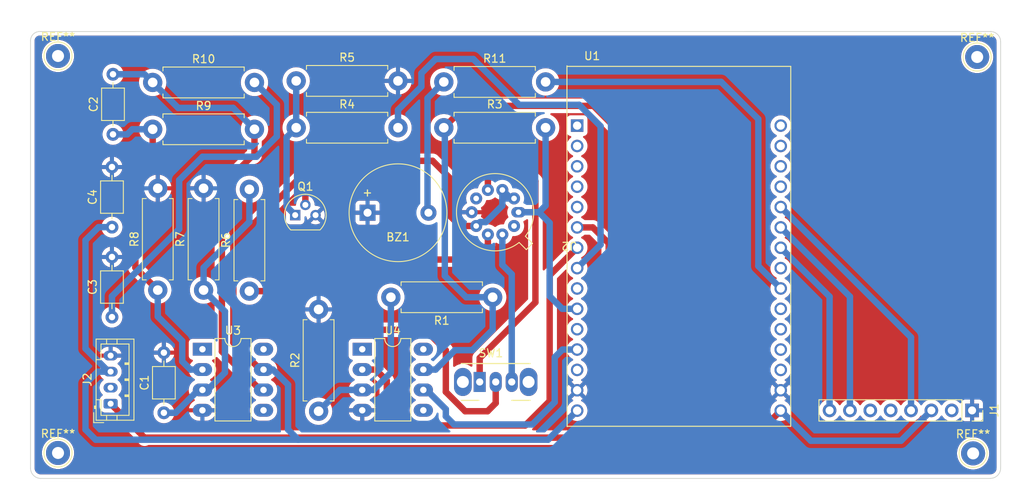
<source format=kicad_pcb>
(kicad_pcb (version 20211014) (generator pcbnew)
  (layers (0 "F.Cu" signal) (31 "B.Cu" signal) (34 "B.Paste" user) (35 "F.Paste" user) (36 "B.SilkS" user "B.Silkscreen") (37 "F.SilkS" user "F.Silkscreen") (38 "B.Mask" user) (39 "F.Mask" user) (44 "Edge.Cuts" user))
  (net 0 "")
  (net 1 "Net-(C1-Pad1)")
  (net 2 "GND")
  (net 3 "Net-(C2-Pad1)")
  (net 4 "Net-(C2-Pad2)")
  (net 5 "ADC_R_sens")
  (net 6 "5V")
  (net 8 "3V3")
  (net 9 "RST")
  (net 10 "RTS")
  (net 11 "CTS")
  (net 12 "RX")
  (net 13 "TX")
  (net 14 "Sig")
  (net 16 "R_Poly")
  (net 17 "Net-(Q1-Pad1)")
  (net 18 "Net-(R1-Pad2)")
  (net 20 "R_Poly_CMD")
  (net 21 "Isens")
  (net 22 "SW_1")
  (net 23 "SW_2")
  (net 29 "ADC_R_Sens")
  (net 31 "R_ALU")
  (net 49 "Sens_INTRPT")
  (net 51 "Net-(BZ1-Pad2)")
  (net 52 "Buzz")
  (footprint "Capacitor_THT:C_Axial_L3.8mm_D2.6mm_P7.50mm_Horizontal" (layer "F.Cu") (at 106.165666 109.108 90)
    (fp_text reference "C3" (at 3.75 -2.42 90) (layer "F.SilkS"))
    (fp_text value "C")
    (fp_line (start 1.04 0) (end 1.73 0) (layer "F.SilkS") (width 0.12))
    (fp_line (start 1.73 1.42) (end 5.77 1.42) (layer "F.SilkS") (width 0.12))
    (fp_line (start 5.77 -1.42) (end 1.73 -1.42) (layer "F.SilkS") (width 0.12))
    (fp_line (start 6.46 0) (end 5.77 0) (layer "F.SilkS") (width 0.12))
    (fp_line (start 5.77 1.42) (end 5.77 -1.42) (layer "F.SilkS") (width 0.12))
    (fp_line (start 1.73 -1.42) (end 1.73 1.42) (layer "F.SilkS") (width 0.12))
    (pad "1" thru_hole circle locked (at 0 0 90) (size 1.6 1.6) (drill 0.8) (layers *.Cu *.Mask) (net 5 "ADC_R_sens"))
    (pad "2" thru_hole oval locked (at 7.5 0 90) (size 1.6 1.6) (drill 0.8) (layers *.Cu *.Mask) (net 2 "GND"))
  )
  (footprint "Package_DIP:DIP-8_W7.62mm_LongPads" (layer "F.Cu") (at 137.392666 113.115)
    (fp_text reference "U4" (at 3.81 -2.33) (layer "F.SilkS"))
    (fp_text value "TL071")
    (fp_line (start 6.06 -1.33) (end 4.81 -1.33) (layer "F.SilkS") (width 0.12))
    (fp_line (start 1.56 8.95) (end 6.06 8.95) (layer "F.SilkS") (width 0.12))
    (fp_line (start 2.81 -1.33) (end 1.56 -1.33) (layer "F.SilkS") (width 0.12))
    (fp_line (start 1.56 -1.33) (end 1.56 8.95) (layer "F.SilkS") (width 0.12))
    (fp_line (start 6.06 8.95) (end 6.06 -1.33) (layer "F.SilkS") (width 0.12))
    (fp_arc (start 4.81 -1.33) (mid 3.81 -0.33) (end 2.81 -1.33) (layer "F.SilkS") (width 0.12))
    (pad "1" thru_hole rect locked (at 0 0) (size 2.4 1.6) (drill 0.8) (layers *.Cu *.Mask))
    (pad "2" thru_hole oval locked (at 0 2.54) (size 2.4 1.6) (drill 0.8) (layers *.Cu *.Mask) (net 29 "ADC_R_Sens"))
    (pad "3" thru_hole oval locked (at 0 5.08) (size 2.4 1.6) (drill 0.8) (layers *.Cu *.Mask) (net 18 "Net-(R1-Pad2)"))
    (pad "4" thru_hole oval locked (at 0 7.62) (size 2.4 1.6) (drill 0.8) (layers *.Cu *.Mask) (net 2 "GND"))
    (pad "5" thru_hole oval locked (at 7.62 7.62) (size 2.4 1.6) (drill 0.8) (layers *.Cu *.Mask))
    (pad "6" thru_hole oval locked (at 7.62 5.08) (size 2.4 1.6) (drill 0.8) (layers *.Cu *.Mask) (net 49 "Sens_INTRPT"))
    (pad "7" thru_hole oval locked (at 7.62 2.54) (size 2.4 1.6) (drill 0.8) (layers *.Cu *.Mask) (net 8 "3V3"))
    (pad "8" thru_hole oval locked (at 7.62 0) (size 2.4 1.6) (drill 0.8) (layers *.Cu *.Mask))
  )
  (footprint "Buzzer_Beeper:Buzzer_12x9.5RM7.6" (layer "F.Cu") (at 138.052666 96.087)
    (fp_text reference "BZ1" (at 3.8 3.048) (layer "F.SilkS"))
    (fp_text value "Buzzer")
    (fp_text user "+" (at -0.01 -2.54) (layer "F.SilkS"))
    (fp_circle (center 3.8 0) (end 9.9 0) (layer "F.SilkS") (width 0.12) (fill none))
    (pad "1" thru_hole rect locked (at 0 0) (size 2 2) (drill 1) (layers *.Cu *.Mask) (net 2 "GND"))
    (pad "2" thru_hole circle locked (at 7.6 0) (size 2 2) (drill 1) (layers *.Cu *.Mask) (net 51 "Net-(BZ1-Pad2)"))
  )
  (footprint "TO_5:MODULE_ESP32-DEVKITC-32D" (layer "F.Cu") (at 176.904666 104.977)
    (fp_text reference "U1" (at -10.829175 -28.446045) (layer "F.SilkS") (effects (font (size 1.000386 1.000386))))
    (fp_text value "ESP32-DEVKITC-32D")
    (fp_line (start 13.95 -27.15) (end 13.9446 17.78) (layer "F.SilkS") (width 0.127))
    (fp_line (start -13.95 -27.15) (end 13.95 -27.15) (layer "F.SilkS") (width 0.127))
    (fp_line (start -13.9446 17.8054) (end -13.9754 -27.2262) (layer "F.SilkS") (width 0.127))
    (fp_line (start 13.9192 17.7546) (end -13.9446 17.7546) (layer "F.SilkS") (width 0.127))
    (pad "1" thru_hole rect (at -12.7 -19.76) (size 1.56 1.56) (drill 1.04) (layers *.Cu *.Mask))
    (pad "2" thru_hole circle (at -12.7 -17.22) (size 1.56 1.56) (drill 1.04) (layers *.Cu *.Mask))
    (pad "3" thru_hole circle (at -12.7 -14.68) (size 1.56 1.56) (drill 1.04) (layers *.Cu *.Mask))
    (pad "4" thru_hole circle (at -12.7 -12.14) (size 1.56 1.56) (drill 1.04) (layers *.Cu *.Mask))
    (pad "5" thru_hole circle (at -12.7 -9.6) (size 1.56 1.56) (drill 1.04) (layers *.Cu *.Mask))
    (pad "6" thru_hole circle (at -12.7 -7.06) (size 1.56 1.56) (drill 1.04) (layers *.Cu *.Mask) (net 14 "Sig"))
    (pad "7" thru_hole circle (at -12.7 -4.52) (size 1.56 1.56) (drill 1.04) (layers *.Cu *.Mask) (net 29 "ADC_R_Sens"))
    (pad "8" thru_hole circle (at -12.7 -1.98) (size 1.56 1.56) (drill 1.04) (layers *.Cu *.Mask) (net 20 "R_Poly_CMD"))
    (pad "9" thru_hole circle (at -12.7 0.56) (size 1.56 1.56) (drill 1.04) (layers *.Cu *.Mask))
    (pad "10" thru_hole circle (at -12.7 3.1) (size 1.56 1.56) (drill 1.04) (layers *.Cu *.Mask) (net 31 "R_ALU"))
    (pad "11" thru_hole circle (at -12.7 5.64) (size 1.56 1.56) (drill 1.04) (layers *.Cu *.Mask))
    (pad "12" thru_hole circle (at -12.7 8.18) (size 1.56 1.56) (drill 1.04) (layers *.Cu *.Mask) (net 49 "Sens_INTRPT"))
    (pad "13" thru_hole circle (at -12.7 10.72) (size 1.56 1.56) (drill 1.04) (layers *.Cu *.Mask))
    (pad "14" thru_hole circle (at -12.7 13.26) (size 1.56 1.56) (drill 1.04) (layers *.Cu *.Mask) (net 2 "GND"))
    (pad "15" thru_hole circle (at -12.7 15.8) (size 1.56 1.56) (drill 1.04) (layers *.Cu *.Mask) (net 6 "5V"))
    (pad "16" thru_hole circle (at 12.7 -19.76) (size 1.56 1.56) (drill 1.04) (layers *.Cu *.Mask))
    (pad "17" thru_hole circle (at 12.7 -17.22) (size 1.56 1.56) (drill 1.04) (layers *.Cu *.Mask))
    (pad "18" thru_hole circle (at 12.7 -14.68) (size 1.56 1.56) (drill 1.04) (layers *.Cu *.Mask))
    (pad "19" thru_hole circle (at 12.7 -12.14) (size 1.56 1.56) (drill 1.04) (layers *.Cu *.Mask))
    (pad "20" thru_hole circle (at 12.7 -9.6) (size 1.56 1.56) (drill 1.04) (layers *.Cu *.Mask) (net 9 "RST"))
    (pad "21" thru_hole circle (at 12.7 -7.06) (size 1.56 1.56) (drill 1.04) (layers *.Cu *.Mask) (net 12 "RX"))
    (pad "22" thru_hole circle (at 12.7 -4.52) (size 1.56 1.56) (drill 1.04) (layers *.Cu *.Mask) (net 13 "TX"))
    (pad "23" thru_hole circle (at 12.7 -1.98) (size 1.56 1.56) (drill 1.04) (layers *.Cu *.Mask))
    (pad "24" thru_hole circle (at 12.7 0.56) (size 1.56 1.56) (drill 1.04) (layers *.Cu *.Mask) (net 52 "Buzz"))
    (pad "25" thru_hole circle (at 12.7 3.1) (size 1.56 1.56) (drill 1.04) (layers *.Cu *.Mask))
    (pad "26" thru_hole circle (at 12.7 5.64) (size 1.56 1.56) (drill 1.04) (layers *.Cu *.Mask))
    (pad "27" thru_hole circle (at 12.7 8.18) (size 1.56 1.56) (drill 1.04) (layers *.Cu *.Mask))
    (pad "28" thru_hole circle (at 12.7 10.72) (size 1.56 1.56) (drill 1.04) (layers *.Cu *.Mask))
    (pad "29" thru_hole circle (at 12.7 13.26) (size 1.56 1.56) (drill 1.04) (layers *.Cu *.Mask) (net 2 "GND"))
    (pad "30" thru_hole circle (at 12.7 15.8) (size 1.56 1.56) (drill 1.04) (layers *.Cu *.Mask) (net 8 "3V3"))
  )
  (footprint "Resistor_THT:R_Axial_DIN0411_L9.9mm_D3.6mm_P12.70mm_Horizontal" (layer "F.Cu") (at 129.152666 85.480667)
    (fp_text reference "R4" (at 6.35 -2.92) (layer "F.SilkS"))
    (fp_text value "R")
    (fp_line (start 11.42 1.92) (end 11.42 1.44) (layer "F.SilkS") (width 0.12))
    (fp_line (start 1.28 -1.92) (end 11.42 -1.92) (layer "F.SilkS") (width 0.12))
    (fp_line (start 1.28 1.92) (end 11.42 1.92) (layer "F.SilkS") (width 0.12))
    (fp_line (start 11.42 -1.92) (end 11.42 -1.44) (layer "F.SilkS") (width 0.12))
    (fp_line (start 1.28 1.44) (end 1.28 1.92) (layer "F.SilkS") (width 0.12))
    (fp_line (start 1.28 -1.44) (end 1.28 -1.92) (layer "F.SilkS") (width 0.12))
    (pad "1" thru_hole circle locked (at 0 0) (size 2.4 2.4) (drill 1.2) (layers *.Cu *.Mask) (net 17 "Net-(Q1-Pad1)"))
    (pad "2" thru_hole oval locked (at 12.7 0) (size 2.4 2.4) (drill 1.2) (layers *.Cu *.Mask) (net 20 "R_Poly_CMD"))
  )
  (footprint "TO_5:TO-5" (layer "F.Cu") (at 155.641809 95.153283 180)
    (fp_text reference "U2" (at -7.62 -5.08 180 unlocked) (layer "F.SilkS"))
    (fp_text value "TO_5")
    (fp_line (start -2.993981 -4.756423) (end -2.103027 -3.865468) (layer "F.SilkS") (width 0.12))
    (fp_line (start -2.216164 -5.53424) (end -2.993981 -4.756423) (layer "F.SilkS") (width 0.12))
    (fp_line (start -1.325209 -4.643286) (end -2.216164 -5.53424) (layer "F.SilkS") (width 0.12))
    (fp_arc (start -1.325209 -4.643286) (mid 5.08 2.54) (end -2.102799 -3.865755) (layer "F.SilkS") (width 0.12))
    (pad "1" thru_hole oval (at -1.248125 -0.868384 180) (size 1.8 1.3) (drill 0.7) (layers *.Cu *.Mask) (net 31 "R_ALU"))
    (pad "2" thru_hole oval (at -0.690455 0.847949 180) (size 1.5 1.5) (drill 0.7) (layers *.Cu *.Mask) (net 6 "5V"))
    (pad "3" thru_hole oval (at 0.769545 1.908701 180) (size 1.5 1.5) (drill 0.7) (layers *.Cu *.Mask) (net 6 "5V"))
    (pad "4" thru_hole oval (at 2.574205 1.908701 180) (size 1.5 1.5) (drill 0.7) (layers *.Cu *.Mask) (net 22 "SW_1"))
    (pad "5" thru_hole oval (at 4.034205 0.847949 180) (size 1.5 1.5) (drill 0.7) (layers *.Cu *.Mask))
    (pad "6" thru_hole oval (at 4.591875 -0.868384 180) (size 1.5 1.5) (drill 0.7) (layers *.Cu *.Mask) (net 2 "GND"))
    (pad "7" thru_hole oval (at 4.034205 -2.584717 180) (size 1.5 1.5) (drill 0.7) (layers *.Cu *.Mask) (net 6 "5V"))
    (pad "8" thru_hole oval (at 2.574205 -3.645469 180) (size 1.5 1.5) (drill 0.7) (layers *.Cu *.Mask) (net 16 "R_Poly"))
    (pad "9" thru_hole oval (at 0.769545 -3.645469 180) (size 1.5 1.5) (drill 0.7) (layers *.Cu *.Mask) (net 23 "SW_2"))
    (pad "10" thru_hole oval (at -0.690455 -2.584717 180) (size 1.5 1.5) (drill 0.7) (layers *.Cu *.Mask))
  )
  (footprint "Resistor_THT:R_Axial_DIN0411_L9.9mm_D3.6mm_P12.70mm_Horizontal" (layer "F.Cu") (at 111.245666 79.831)
    (fp_text reference "R10" (at 6.35 -2.92) (layer "F.SilkS"))
    (fp_text value "R")
    (fp_line (start 11.42 1.92) (end 11.42 1.44) (layer "F.SilkS") (width 0.12))
    (fp_line (start 11.42 -1.92) (end 11.42 -1.44) (layer "F.SilkS") (width 0.12))
    (fp_line (start 1.28 -1.44) (end 1.28 -1.92) (layer "F.SilkS") (width 0.12))
    (fp_line (start 1.28 1.92) (end 11.42 1.92) (layer "F.SilkS") (width 0.12))
    (fp_line (start 1.28 1.44) (end 1.28 1.92) (layer "F.SilkS") (width 0.12))
    (fp_line (start 1.28 -1.92) (end 11.42 -1.92) (layer "F.SilkS") (width 0.12))
    (pad "1" thru_hole circle locked (at 0 0) (size 2.4 2.4) (drill 1.2) (layers *.Cu *.Mask) (net 4 "Net-(C2-Pad2)"))
    (pad "2" thru_hole oval locked (at 12.7 0) (size 2.4 2.4) (drill 1.2) (layers *.Cu *.Mask) (net 5 "ADC_R_sens"))
  )
  (footprint "TestPoint:TestPoint_THTPad_D3.0mm_Drill1.5mm" (layer "F.Cu") (at 99.434666 76.529)
    (fp_text reference "REF**" (at 0 -2.398) (layer "F.SilkS"))
    (fp_text value "-")
    (fp_circle (center 0 0) (end 0 1.75) (layer "F.SilkS") (width 0.12) (fill none))
    (pad "1" thru_hole circle locked (at 0 0) (size 3 3) (drill 1.5) (layers *.Cu *.Mask))
  )
  (footprint "Resistor_THT:R_Axial_DIN0411_L9.9mm_D3.6mm_P12.70mm_Horizontal" (layer "F.Cu") (at 129.152666 79.638667)
    (fp_text reference "R5" (at 6.35 -2.92) (layer "F.SilkS"))
    (fp_text value "R")
    (fp_line (start 1.28 -1.44) (end 1.28 -1.92) (layer "F.SilkS") (width 0.12))
    (fp_line (start 11.42 1.92) (end 11.42 1.44) (layer "F.SilkS") (width 0.12))
    (fp_line (start 1.28 -1.92) (end 11.42 -1.92) (layer "F.SilkS") (width 0.12))
    (fp_line (start 11.42 -1.92) (end 11.42 -1.44) (layer "F.SilkS") (width 0.12))
    (fp_line (start 1.28 1.44) (end 1.28 1.92) (layer "F.SilkS") (width 0.12))
    (fp_line (start 1.28 1.92) (end 11.42 1.92) (layer "F.SilkS") (width 0.12))
    (pad "1" thru_hole circle locked (at 0 0) (size 2.4 2.4) (drill 1.2) (layers *.Cu *.Mask) (net 17 "Net-(Q1-Pad1)"))
    (pad "2" thru_hole oval locked (at 12.7 0) (size 2.4 2.4) (drill 1.2) (layers *.Cu *.Mask) (net 2 "GND"))
  )
  (footprint "Resistor_THT:R_Axial_DIN0411_L9.9mm_D3.6mm_P12.70mm_Horizontal" (layer "F.Cu") (at 147.567666 79.765667)
    (fp_text reference "R11" (at 6.35 -2.92) (layer "F.SilkS"))
    (fp_text value "R")
    (fp_line (start 1.28 -1.92) (end 11.42 -1.92) (layer "F.SilkS") (width 0.12))
    (fp_line (start 1.28 -1.44) (end 1.28 -1.92) (layer "F.SilkS") (width 0.12))
    (fp_line (start 11.42 -1.92) (end 11.42 -1.44) (layer "F.SilkS") (width 0.12))
    (fp_line (start 1.28 1.44) (end 1.28 1.92) (layer "F.SilkS") (width 0.12))
    (fp_line (start 1.28 1.92) (end 11.42 1.92) (layer "F.SilkS") (width 0.12))
    (fp_line (start 11.42 1.92) (end 11.42 1.44) (layer "F.SilkS") (width 0.12))
    (pad "1" thru_hole circle locked (at 0 0) (size 2.4 2.4) (drill 1.2) (layers *.Cu *.Mask) (net 51 "Net-(BZ1-Pad2)"))
    (pad "2" thru_hole oval locked (at 12.7 0) (size 2.4 2.4) (drill 1.2) (layers *.Cu *.Mask) (net 52 "Buzz"))
  )
  (footprint "Connector_PinSocket_2.54mm:PinSocket_1x08_P2.54mm_Vertical" (layer "F.Cu") (at 213.480666 120.75 -90)
    (fp_text reference "J1" (at 0 -2.77 90) (layer "F.SilkS"))
    (fp_text value "Conn_01x08_Female")
    (fp_line (start -1.33 1.27) (end 1.33 1.27) (layer "F.SilkS") (width 0.12))
    (fp_line (start -1.33 1.27) (end -1.33 19.11) (layer "F.SilkS") (width 0.12))
    (fp_line (start 0 -1.33) (end 1.33 -1.33) (layer "F.SilkS") (width 0.12))
    (fp_line (start 1.33 1.27) (end 1.33 19.11) (layer "F.SilkS") (width 0.12))
    (fp_line (start 1.33 -1.33) (end 1.33 0) (layer "F.SilkS") (width 0.12))
    (fp_line (start -1.33 19.11) (end 1.33 19.11) (layer "F.SilkS") (width 0.12))
    (pad "1" thru_hole rect locked (at 0 0 270) (size 1.7 1.7) (drill 1) (layers *.Cu *.Mask) (net 2 "GND"))
    (pad "2" thru_hole oval locked (at 0 2.54 270) (size 1.7 1.7) (drill 1) (layers *.Cu *.Mask))
    (pad "3" thru_hole oval locked (at 0 5.08 270) (size 1.7 1.7) (drill 1) (layers *.Cu *.Mask) (net 8 "3V3"))
    (pad "4" thru_hole oval locked (at 0 7.62 270) (size 1.7 1.7) (drill 1) (layers *.Cu *.Mask) (net 9 "RST"))
    (pad "5" thru_hole oval locked (at 0 10.16 270) (size 1.7 1.7) (drill 1) (layers *.Cu *.Mask) (net 10 "RTS"))
    (pad "6" thru_hole oval locked (at 0 12.7 270) (size 1.7 1.7) (drill 1) (layers *.Cu *.Mask) (net 11 "CTS"))
    (pad "7" thru_hole oval locked (at 0 15.24 270) (size 1.7 1.7) (drill 1) (layers *.Cu *.Mask) (net 12 "RX"))
    (pad "8" thru_hole oval locked (at 0 17.78 270) (size 1.7 1.7) (drill 1) (layers *.Cu *.Mask) (net 13 "TX"))
  )
  (footprint "Package_TO_SOT_THT:TO-92" (layer "F.Cu") (at 129.025666 96.381667)
    (fp_text reference "Q1" (at 1.27 -3.56) (layer "F.SilkS"))
    (fp_text value "Q_NPN_BCE")
    (fp_line (start -0.53 1.85) (end 3.07 1.85) (layer "F.SilkS") (width 0.12))
    (fp_arc (start -0.568478 1.838478) (mid -1.132087 -0.994977) (end 1.27 -2.6) (layer "F.SilkS") (width 0.12))
    (fp_arc (start 1.27 -2.6) (mid 3.672087 -0.994977) (end 3.108478 1.838478) (layer "F.SilkS") (width 0.12))
    (pad "1" thru_hole rect locked (at 0 0) (size 1.3 1.3) (drill 0.75) (layers *.Cu *.Mask) (net 17 "Net-(Q1-Pad1)"))
    (pad "2" thru_hole circle locked (at 1.27 -1.27) (size 1.3 1.3) (drill 0.75) (layers *.Cu *.Mask) (net 16 "R_Poly"))
    (pad "3" thru_hole circle locked (at 2.54 0) (size 1.3 1.3) (drill 0.75) (layers *.Cu *.Mask) (net 2 "GND"))
  )
  (footprint "Resistor_THT:R_Axial_DIN0411_L9.9mm_D3.6mm_P12.70mm_Horizontal" (layer "F.Cu") (at 153.663666 106.628 180)
    (fp_text reference "R1" (at 6.35 -2.92) (layer "F.SilkS"))
    (fp_text value "R")
    (fp_line (start 1.28 -1.92) (end 11.42 -1.92) (layer "F.SilkS") (width 0.12))
    (fp_line (start 1.28 1.92) (end 11.42 1.92) (layer "F.SilkS") (width 0.12))
    (fp_line (start 11.42 1.92) (end 11.42 1.44) (layer "F.SilkS") (width 0.12))
    (fp_line (start 1.28 1.44) (end 1.28 1.92) (layer "F.SilkS") (width 0.12))
    (fp_line (start 11.42 -1.92) (end 11.42 -1.44) (layer "F.SilkS") (width 0.12))
    (fp_line (start 1.28 -1.44) (end 1.28 -1.92) (layer "F.SilkS") (width 0.12))
    (pad "1" thru_hole circle locked (at 0 0 180) (size 2.4 2.4) (drill 1.2) (layers *.Cu *.Mask) (net 8 "3V3"))
    (pad "2" thru_hole oval locked (at 12.7 0 180) (size 2.4 2.4) (drill 1.2) (layers *.Cu *.Mask) (net 18 "Net-(R1-Pad2)"))
  )
  (footprint "Resistor_THT:R_Axial_DIN0411_L9.9mm_D3.6mm_P12.70mm_Horizontal" (layer "F.Cu") (at 123.310666 105.866 90)
    (fp_text reference "R6" (at 6.35 -2.92 90) (layer "F.SilkS"))
    (fp_text value "R")
    (fp_line (start 11.42 -1.92) (end 11.42 -1.44) (layer "F.SilkS") (width 0.12))
    (fp_line (start 1.28 1.92) (end 11.42 1.92) (layer "F.SilkS") (width 0.12))
    (fp_line (start 11.42 1.92) (end 11.42 1.44) (layer "F.SilkS") (width 0.12))
    (fp_line (start 1.28 -1.44) (end 1.28 -1.92) (layer "F.SilkS") (width 0.12))
    (fp_line (start 1.28 -1.92) (end 11.42 -1.92) (layer "F.SilkS") (width 0.12))
    (fp_line (start 1.28 1.44) (end 1.28 1.92) (layer "F.SilkS") (width 0.12))
    (pad "1" thru_hole circle locked (at 0 0 90) (size 2.4 2.4) (drill 1.2) (layers *.Cu *.Mask) (net 21 "Isens"))
    (pad "2" thru_hole oval locked (at 12.7 0 90) (size 2.4 2.4) (drill 1.2) (layers *.Cu *.Mask) (net 1 "Net-(C1-Pad1)"))
  )
  (footprint "Resistor_THT:R_Axial_DIN0411_L9.9mm_D3.6mm_P12.70mm_Horizontal" (layer "F.Cu") (at 147.567666 85.480667)
    (fp_text reference "R3" (at 6.35 -2.92) (layer "F.SilkS"))
    (fp_text value "R")
    (fp_line (start 1.28 1.44) (end 1.28 1.92) (layer "F.SilkS") (width 0.12))
    (fp_line (start 11.42 -1.92) (end 11.42 -1.44) (layer "F.SilkS") (width 0.12))
    (fp_line (start 1.28 -1.44) (end 1.28 -1.92) (layer "F.SilkS") (width 0.12))
    (fp_line (start 11.42 1.92) (end 11.42 1.44) (layer "F.SilkS") (width 0.12))
    (fp_line (start 1.28 -1.92) (end 11.42 -1.92) (layer "F.SilkS") (width 0.12))
    (fp_line (start 1.28 1.92) (end 11.42 1.92) (layer "F.SilkS") (width 0.12))
    (pad "1" thru_hole circle locked (at 0 0) (size 2.4 2.4) (drill 1.2) (layers *.Cu *.Mask) (net 8 "3V3"))
    (pad "2" thru_hole oval locked (at 12.7 0) (size 2.4 2.4) (drill 1.2) (layers *.Cu *.Mask) (net 31 "R_ALU"))
  )
  (footprint "Capacitor_THT:C_Axial_L3.8mm_D2.6mm_P7.50mm_Horizontal" (layer "F.Cu") (at 112.642666 121.046 90)
    (fp_text reference "C1" (at 3.75 -2.42 90) (layer "F.SilkS"))
    (fp_text value "C")
    (fp_line (start 1.73 1.42) (end 5.77 1.42) (layer "F.SilkS") (width 0.12))
    (fp_line (start 1.04 0) (end 1.73 0) (layer "F.SilkS") (width 0.12))
    (fp_line (start 5.77 -1.42) (end 1.73 -1.42) (layer "F.SilkS") (width 0.12))
    (fp_line (start 5.77 1.42) (end 5.77 -1.42) (layer "F.SilkS") (width 0.12))
    (fp_line (start 6.46 0) (end 5.77 0) (layer "F.SilkS") (width 0.12))
    (fp_line (start 1.73 -1.42) (end 1.73 1.42) (layer "F.SilkS") (width 0.12))
    (pad "1" thru_hole circle locked (at 0 0 90) (size 1.6 1.6) (drill 0.8) (layers *.Cu *.Mask) (net 1 "Net-(C1-Pad1)"))
    (pad "2" thru_hole oval locked (at 7.5 0 90) (size 1.6 1.6) (drill 0.8) (layers *.Cu *.Mask) (net 2 "GND"))
  )
  (footprint "Resistor_THT:R_Axial_DIN0411_L9.9mm_D3.6mm_P12.70mm_Horizontal" (layer "F.Cu") (at 111.880666 105.739 90)
    (fp_text reference "R8" (at 6.35 -2.92 90) (layer "F.SilkS"))
    (fp_text value "R")
    (fp_line (start 1.28 1.44) (end 1.28 1.92) (layer "F.SilkS") (width 0.12))
    (fp_line (start 1.28 -1.44) (end 1.28 -1.92) (layer "F.SilkS") (width 0.12))
    (fp_line (start 1.28 -1.92) (end 11.42 -1.92) (layer "F.SilkS") (width 0.12))
    (fp_line (start 1.28 1.92) (end 11.42 1.92) (layer "F.SilkS") (width 0.12))
    (fp_line (start 11.42 -1.92) (end 11.42 -1.44) (layer "F.SilkS") (width 0.12))
    (fp_line (start 11.42 1.92) (end 11.42 1.44) (layer "F.SilkS") (width 0.12))
    (pad "1" thru_hole circle locked (at 0 0 90) (size 2.4 2.4) (drill 1.2) (layers *.Cu *.Mask) (net 3 "Net-(C2-Pad1)"))
    (pad "2" thru_hole oval locked (at 12.7 0 90) (size 2.4 2.4) (drill 1.2) (layers *.Cu *.Mask) (net 2 "GND"))
  )
  (footprint "Resistor_THT:R_Axial_DIN0411_L9.9mm_D3.6mm_P12.70mm_Horizontal" (layer "F.Cu") (at 117.595666 105.739 90)
    (fp_text reference "R7" (at 6.35 -2.92 90) (layer "F.SilkS"))
    (fp_text value "R")
    (fp_line (start 11.42 -1.92) (end 11.42 -1.44) (layer "F.SilkS") (width 0.12))
    (fp_line (start 11.42 1.92) (end 11.42 1.44) (layer "F.SilkS") (width 0.12))
    (fp_line (start 1.28 1.92) (end 11.42 1.92) (layer "F.SilkS") (width 0.12))
    (fp_line (start 1.28 -1.92) (end 11.42 -1.92) (layer "F.SilkS") (width 0.12))
    (fp_line (start 1.28 -1.44) (end 1.28 -1.92) (layer "F.SilkS") (width 0.12))
    (fp_line (start 1.28 1.44) (end 1.28 1.92) (layer "F.SilkS") (width 0.12))
    (pad "1" thru_hole circle locked (at 0 0 90) (size 2.4 2.4) (drill 1.2) (layers *.Cu *.Mask) (net 1 "Net-(C1-Pad1)"))
    (pad "2" thru_hole oval locked (at 12.7 0 90) (size 2.4 2.4) (drill 1.2) (layers *.Cu *.Mask) (net 2 "GND"))
  )
  (footprint "Resistor_THT:R_Axial_DIN0411_L9.9mm_D3.6mm_P12.70mm_Horizontal" (layer "F.Cu") (at 111.245666 85.673)
    (fp_text reference "R9" (at 6.35 -2.92) (layer "F.SilkS"))
    (fp_text value "R")
    (fp_line (start 11.42 1.92) (end 11.42 1.44) (layer "F.SilkS") (width 0.12))
    (fp_line (start 1.28 -1.92) (end 11.42 -1.92) (layer "F.SilkS") (width 0.12))
    (fp_line (start 1.28 1.92) (end 11.42 1.92) (layer "F.SilkS") (width 0.12))
    (fp_line (start 1.28 -1.44) (end 1.28 -1.92) (layer "F.SilkS") (width 0.12))
    (fp_line (start 11.42 -1.92) (end 11.42 -1.44) (layer "F.SilkS") (width 0.12))
    (fp_line (start 1.28 1.44) (end 1.28 1.92) (layer "F.SilkS") (width 0.12))
    (pad "1" thru_hole circle locked (at 0 0) (size 2.4 2.4) (drill 1.2) (layers *.Cu *.Mask) (net 3 "Net-(C2-Pad1)"))
    (pad "2" thru_hole oval locked (at 12.7 0) (size 2.4 2.4) (drill 1.2) (layers *.Cu *.Mask) (net 4 "Net-(C2-Pad2)"))
  )
  (footprint "Capacitor_THT:C_Axial_L3.8mm_D2.6mm_P7.50mm_Horizontal" (layer "F.Cu") (at 106.292666 86.308 90)
    (fp_text reference "C2" (at 3.75 -2.42 90) (layer "F.SilkS"))
    (fp_text value "C")
    (fp_line (start 5.77 1.42) (end 5.77 -1.42) (layer "F.SilkS") (width 0.12))
    (fp_line (start 6.46 0) (end 5.77 0) (layer "F.SilkS") (width 0.12))
    (fp_line (start 1.73 -1.42) (end 1.73 1.42) (layer "F.SilkS") (width 0.12))
    (fp_line (start 1.04 0) (end 1.73 0) (layer "F.SilkS") (width 0.12))
    (fp_line (start 1.73 1.42) (end 5.77 1.42) (layer "F.SilkS") (width 0.12))
    (fp_line (start 5.77 -1.42) (end 1.73 -1.42) (layer "F.SilkS") (width 0.12))
    (pad "1" thru_hole circle locked (at 0 0 90) (size 1.6 1.6) (drill 0.8) (layers *.Cu *.Mask) (net 3 "Net-(C2-Pad1)"))
    (pad "2" thru_hole oval locked (at 7.5 0 90) (size 1.6 1.6) (drill 0.8) (layers *.Cu *.Mask) (net 4 "Net-(C2-Pad2)"))
  )
  (footprint "TestPoint:TestPoint_THTPad_D3.0mm_Drill1.5mm" (layer "F.Cu") (at 213.607666 126.111)
    (fp_text reference "REF**" (at 0 -2.398) (layer "F.SilkS"))
    (fp_text value "-")
    (fp_circle (center 0 0) (end 0 1.75) (layer "F.SilkS") (width 0.12) (fill none))
    (pad "1" thru_hole circle locked (at 0 0) (size 3 3) (drill 1.5) (layers *.Cu *.Mask))
  )
  (footprint "Button_Switch_THT:SW_CuK_OS102011MA1QN1_SPDT_Angled" (layer "F.Cu") (at 152.044666 117.201)
    (fp_text reference "SW1" (at 1.4 -3.6) (layer "F.SilkS"))
    (fp_text value "SW_SPDT")
    (fp_line (start 4 2.3) (end 6.3 2.3) (layer "F.SilkS") (width 0.15))
    (fp_line (start -2.3 2.3) (end -0.1 2.3) (layer "F.SilkS") (width 0.15))
    (fp_line (start -2.3 -2.3) (end 6.3 -2.3) (layer "F.SilkS") (width 0.15))
    (pad "" thru_hole oval locked (at 6.1 0) (size 2.2 3.5) (drill 1.5) (layers *.Cu *.Mask))
    (pad "" thru_hole oval locked (at -2.1 0) (size 2.2 3.5) (drill 1.5) (layers *.Cu *.Mask))
    (pad "1" thru_hole rect locked (at 0 0) (size 1.5 2.5) (drill 0.9) (layers *.Cu *.Mask) (net 22 "SW_1"))
    (pad "2" thru_hole oval locked (at 2 0) (size 1.5 2.5) (drill 0.9) (layers *.Cu *.Mask) (net 21 "Isens"))
    (pad "3" thru_hole oval locked (at 4 0) (size 1.5 2.5) (drill 0.9) (layers *.Cu *.Mask) (net 23 "SW_2"))
  )
  (footprint "Capacitor_THT:C_Axial_L3.8mm_D2.6mm_P7.50mm_Horizontal" (layer "F.Cu") (at 106.165666 97.884 90)
    (fp_text reference "C4" (at 3.75 -2.42 90) (layer "F.SilkS"))
    (fp_text value "C")
    (fp_line (start 6.46 0) (end 5.77 0) (layer "F.SilkS") (width 0.12))
    (fp_line (start 1.04 0) (end 1.73 0) (layer "F.SilkS") (width 0.12))
    (fp_line (start 5.77 -1.42) (end 1.73 -1.42) (layer "F.SilkS") (width 0.12))
    (fp_line (start 1.73 -1.42) (end 1.73 1.42) (layer "F.SilkS") (width 0.12))
    (fp_line (start 1.73 1.42) (end 5.77 1.42) (layer "F.SilkS") (width 0.12))
    (fp_line (start 5.77 1.42) (end 5.77 -1.42) (layer "F.SilkS") (width 0.12))
    (pad "1" thru_hole circle locked (at 0 0 90) (size 1.6 1.6) (drill 0.8) (layers *.Cu *.Mask) (net 6 "5V"))
    (pad "2" thru_hole oval locked (at 7.5 0 90) (size 1.6 1.6) (drill 0.8) (layers *.Cu *.Mask) (net 2 "GND"))
  )
  (footprint "Resistor_THT:R_Axial_DIN0411_L9.9mm_D3.6mm_P12.70mm_Horizontal" (layer "F.Cu") (at 131.946666 120.852 90)
    (fp_text reference "R2" (at 6.35 -2.92 90) (layer "F.SilkS"))
    (fp_text value "R")
    (fp_line (start 11.42 -1.92) (end 11.42 -1.44) (layer "F.SilkS") (width 0.12))
    (fp_line (start 1.28 1.92) (end 11.42 1.92) (layer "F.SilkS") (width 0.12))
    (fp_line (start 1.28 -1.92) (end 11.42 -1.92) (layer "F.SilkS") (width 0.12))
    (fp_line (start 1.28 1.44) (end 1.28 1.92) (layer "F.SilkS") (width 0.12))
    (fp_line (start 11.42 1.92) (end 11.42 1.44) (layer "F.SilkS") (width 0.12))
    (fp_line (start 1.28 -1.44) (end 1.28 -1.92) (layer "F.SilkS") (width 0.12))
    (pad "1" thru_hole circle locked (at 0 0 90) (size 2.4 2.4) (drill 1.2) (layers *.Cu *.Mask) (net 18 "Net-(R1-Pad2)"))
    (pad "2" thru_hole oval locked (at 12.7 0 90) (size 2.4 2.4) (drill 1.2) (layers *.Cu *.Mask) (net 2 "GND"))
  )
  (footprint "TestPoint:TestPoint_THTPad_D3.0mm_Drill1.5mm" (layer "F.Cu") (at 99.434666 126.059)
    (fp_text reference "REF**" (at 0 -2.398) (layer "F.SilkS"))
    (fp_text value "-")
    (fp_circle (center 0 0) (end 0 1.75) (layer "F.SilkS") (width 0.12) (fill none))
    (pad "1" thru_hole circle locked (at 0 0) (size 3 3) (drill 1.5) (layers *.Cu *.Mask))
  )
  (footprint "TestPoint:TestPoint_THTPad_D3.0mm_Drill1.5mm" (layer "F.Cu") (at 214.115666 76.656)
    (fp_text reference "REF**" (at 0 -2.398) (layer "F.SilkS"))
    (fp_text value "-")
    (fp_circle (center 0 0) (end 0 1.75) (layer "F.SilkS") (width 0.12) (fill none))
    (pad "1" thru_hole circle locked (at 0 0) (size 3 3) (drill 1.5) (layers *.Cu *.Mask))
  )
  (footprint "Connector_JST:JST_PH_B4B-PH-K_1x04_P2.00mm_Vertical" (layer "F.Cu") (at 105.996666 119.915 90)
    (fp_text reference "J2" (at 3 -2.9 90) (layer "F.SilkS"))
    (fp_text value "Conn_01x04_Male")
    (fp_line (start 4.9 2.3) (end 4.9 1.8) (layer "F.SilkS") (width 0.12))
    (fp_line (start 5 2.3) (end 5 1.8) (layer "F.SilkS") (width 0.12))
    (fp_line (start 5.1 1.8) (end 5.1 2.3) (layer "F.SilkS") (width 0.12))
    (fp_line (start -2.06 0.8) (end -1.45 0.8) (layer "F.SilkS") (width 0.12))
    (fp_line (start 7.45 2.3) (end 7.45 -1.2) (layer "F.SilkS") (width 0.12))
    (fp_line (start -0.3 -1.91) (end -0.6 -1.91) (layer "F.SilkS") (width 0.12))
    (fp_line (start -0.3 -2.01) (end -0.6 -2.01) (layer "F.SilkS") (width 0.12))
    (fp_line (start 3.1 1.8) (end 3.1 2.3) (layer "F.SilkS") (width 0.12))
    (fp_line (start 3 2.3) (end 3 1.8) (layer "F.SilkS") (width 0.12))
    (fp_line (start 4.9 1.8) (end 5.1 1.8) (layer "F.SilkS") (width 0.12))
    (fp_line (start 7.45 -1.2) (end 5.5 -1.2) (layer "F.SilkS") (width 0.12))
    (fp_line (start -2.06 2.91) (end 8.06 2.91) (layer "F.SilkS") (width 0.12))
    (fp_line (start 0.9 2.3) (end 0.9 1.8) (layer "F.SilkS") (width 0.12))
    (fp_line (start -1.45 -1.2) (end -1.45 2.3) (layer "F.SilkS") (width 0.12))
    (fp_line (start 8.06 2.91) (end 8.06 -1.81) (layer "F.SilkS") (width 0.12))
    (fp_line (start 0.5 -1.2) (end -1.45 -1.2) (layer "F.SilkS") (width 0.12))
    (fp_line (start 2.9 1.8) (end 3.1 1.8) (layer "F.SilkS") (width 0.12))
    (fp_line (start 0.5 -1.81) (end 0.5 -1.2) (layer "F.SilkS") (width 0.12))
    (fp_line (start -1.11 -2.11) (end -2.36 -2.11) (layer "F.SilkS") (width 0.12))
    (fp_line (start -2.06 -1.81) (end -2.06 2.91) (layer "F.SilkS") (width 0.12))
    (fp_line (start 8.06 -1.81) (end -2.06 -1.81) (layer "F.SilkS") (width 0.12))
    (fp_line (start 0.9 1.8) (end 1.1 1.8) (layer "F.SilkS") (width 0.12))
    (fp_line (start 8.06 -0.5) (end 7.45 -0.5) (layer "F.SilkS") (width 0.12))
    (fp_line (start -0.3 -1.81) (end -0.3 -2.01) (layer "F.SilkS") (width 0.12))
    (fp_line (start -0.6 -2.01) (end -0.6 -1.81) (layer "F.SilkS") (width 0.12))
    (fp_line (start -2.36 -2.11) (end -2.36 -0.86) (layer "F.SilkS") (width 0.12))
    (fp_line (start 2.9 2.3) (end 2.9 1.8) (layer "F.SilkS") (width 0.12))
    (fp_line (start 1.1 1.8) (end 1.1 2.3) (layer "F.SilkS") (width 0.12))
    (fp_line (start 8.06 0.8) (end 7.45 0.8) (layer "F.SilkS") (width 0.12))
    (fp_line (start 1 2.3) (end 1 1.8) (layer "F.SilkS") (width 0.12))
    (fp_line (start 5.5 -1.2) (end 5.5 -1.81) (layer "F.SilkS") (width 0.12))
    (fp_line (start -1.45 2.3) (end 7.45 2.3) (layer "F.SilkS") (width 0.12))
    (fp_line (start -2.06 -0.5) (end -1.45 -0.5) (layer "F.SilkS") (width 0.12))
    (pad "1" thru_hole roundrect locked (at 0 0 90) (size 1.2 1.75) (drill 0.75) (layers *.Cu *.Mask) (roundrect_rratio 0.208333) (net 14 "Sig"))
    (pad "2" thru_hole oval locked (at 2 0 90) (size 1.2 1.75) (drill 0.75) (layers *.Cu *.Mask))
    (pad "3" thru_hole oval locked (at 4 0 90) (size 1.2 1.75) (drill 0.75) (layers *.Cu *.Mask) (net 6 "5V"))
    (pad "4" thru_hole oval locked (at 6 0 90) (size 1.2 1.75) (drill 0.75) (layers *.Cu *.Mask) (net 2 "GND"))
  )
  (footprint "Package_DIP:DIP-8_W7.62mm_LongPads" (layer "F.Cu") (at 117.453666 113.115)
    (fp_text reference "U3" (at 3.81 -2.33) (layer "F.SilkS"))
    (fp_text value "LTC1050CN8")
    (fp_line (start 6.06 -1.33) (end 4.81 -1.33) (layer "F.SilkS") (width 0.12))
    (fp_line (start 1.56 8.95) (end 6.06 8.95) (layer "F.SilkS") (width 0.12))
    (fp_line (start 2.81 -1.33) (end 1.56 -1.33) (layer "F.SilkS") (width 0.12))
    (fp_line (start 6.06 8.95) (end 6.06 -1.33) (layer "F.SilkS") (width 0.12))
    (fp_line (start 1.56 -1.33) (end 1.56 8.95) (layer "F.SilkS") (width 0.12))
    (fp_arc (start 4.81 -1.33) (mid 3.81 -0.33) (end 2.81 -1.33) (layer "F.SilkS") (width 0.12))
    (pad "1" thru_hole rect locked (at 0 0) (size 2.4 1.6) (drill 0.8) (layers *.Cu *.Mask))
    (pad "2" thru_hole oval locked (at 0 2.54) (size 2.4 1.6) (drill 0.8) (layers *.Cu *.Mask) (net 3 "Net-(C2-Pad1)"))
    (pad "3" thru_hole oval locked (at 0 5.08) (size 2.4 1.6) (drill 0.8) (layers *.Cu *.Mask) (net 1 "Net-(C1-Pad1)"))
    (pad "4" thru_hole oval locked (at 0 7.62) (size 2.4 1.6) (drill 0.8) (layers *.Cu *.Mask) (net 2 "GND"))
    (pad "5" thru_hole oval locked (at 7.62 7.62) (size 2.4 1.6) (drill 0.8) (layers *.Cu *.Mask))
    (pad "6" thru_hole oval locked (at 7.62 5.08) (size 2.4 1.6) (drill 0.8) (layers *.Cu *.Mask) (net 4 "Net-(C2-Pad2)"))
    (pad "7" thru_hole oval locked (at 7.62 2.54) (size 2.4 1.6) (drill 0.8) (layers *.Cu *.Mask) (net 6 "5V"))
    (pad "8" thru_hole oval locked (at 7.62 0) (size 2.4 1.6) (drill 0.8) (layers *.Cu *.Mask))
  )
  (gr_arc (start 97.282 129.234) (mid 96.379496 128.86017) (end 96.005666 127.957666) (layer "Edge.Cuts") (width 0.1))
  (gr_arc (start 96.003871 74.624) (mid 96.386666 73.767338) (end 97.280205 73.481) (layer "Edge.Cuts") (width 0.1))
  (gr_line (start 215.766666 129.234) (end 97.282 129.234) (layer "Edge.Cuts") (width 0.1))
  (gr_line (start 96.005666 127.957666) (end 96.005666 74.624) (layer "Edge.Cuts") (width 0.1))
  (gr_line (start 97.280205 73.481) (end 215.766666 73.474666) (layer "Edge.Cuts") (width 0.1))
  (gr_line (start 217.043 74.751) (end 217.043 127.950496) (layer "Edge.Cuts") (width 0.1))
  (gr_arc (start 217.043 127.950496) (mid 216.66917 128.853) (end 215.766666 129.22683) (layer "Edge.Cuts") (width 0.1))
  (gr_arc (start 215.766666 73.474666) (mid 216.66917 73.848496) (end 217.043 74.751) (layer "Edge.Cuts") (width 0.1))
  (segment (start 112.642666 121.046) (end 114.099666 121.046) (width 0.8) (layer "B.Cu") (net 1))
  (segment (start 117.595666 102.945) (end 123.310666 97.23) (width 0.8) (layer "B.Cu") (net 1))
  (segment (start 118.093666 118.195) (end 117.453666 118.195) (width 0.8) (layer "B.Cu") (net 1))
  (segment (start 120.262666 116.026) (end 118.093666 118.195) (width 0.8) (layer "B.Cu") (net 1))
  (segment (start 117.595666 105.739) (end 117.595666 102.945) (width 0.8) (layer "B.Cu") (net 1))
  (segment (start 114.099666 121.046) (end 116.950666 118.195) (width 0.8) (layer "B.Cu") (net 1))
  (segment (start 123.310666 97.23) (end 123.310666 93.166) (width 0.8) (layer "B.Cu") (net 1))
  (segment (start 117.595666 105.739) (end 120.262666 108.406) (width 0.8) (layer "B.Cu") (net 1))
  (segment (start 116.950666 118.195) (end 117.453666 118.195) (width 0.8) (layer "B.Cu") (net 1))
  (segment (start 120.262666 108.406) (end 120.262666 116.026) (width 0.8) (layer "B.Cu") (net 1))
  (segment (start 111.880666 105.739) (end 109.086666 102.945) (width 0.8) (layer "F.Cu") (net 3))
  (segment (start 111.245666 88.721) (end 111.245666 85.673) (width 0.8) (layer "F.Cu") (net 3))
  (segment (start 109.086666 102.945) (end 109.086666 90.88) (width 0.8) (layer "F.Cu") (net 3))
  (segment (start 109.086666 90.88) (end 111.245666 88.721) (width 0.8) (layer "F.Cu") (net 3))
  (segment (start 108.705666 85.673) (end 111.245666 85.673) (width 0.8) (layer "B.Cu") (net 3))
  (segment (start 114.928666 114.629) (end 114.928666 112.089) (width 0.8) (layer "B.Cu") (net 3))
  (segment (start 117.453666 115.655) (end 115.954666 115.655) (width 0.8) (layer "B.Cu") (net 3))
  (segment (start 106.292666 86.308) (end 108.070666 86.308) (width 0.8) (layer "B.Cu") (net 3))
  (segment (start 111.880666 109.041) (end 111.880666 105.739) (width 0.8) (layer "B.Cu") (net 3))
  (segment (start 108.070666 86.308) (end 108.705666 85.673) (width 0.8) (layer "B.Cu") (net 3))
  (segment (start 115.954666 115.655) (end 114.928666 114.629) (width 0.8) (layer "B.Cu") (net 3))
  (segment (start 114.928666 112.089) (end 111.880666 109.041) (width 0.8) (layer "B.Cu") (net 3))
  (segment (start 123.818666 89.102) (end 123.945666 88.975) (width 0.8) (layer "F.Cu") (net 4))
  (segment (start 119.881666 92.785) (end 123.564666 89.102) (width 0.8) (layer "F.Cu") (net 4))
  (segment (start 123.564666 89.102) (end 123.818666 89.102) (width 0.8) (layer "F.Cu") (net 4))
  (segment (start 123.945666 88.975) (end 123.945666 85.673) (width 0.8) (layer "F.Cu") (net 4))
  (segment (start 125.073666 118.195) (end 124.673666 118.195) (width 0.8) (layer "F.Cu") (net 4))
  (segment (start 124.673666 118.195) (end 119.881666 113.403) (width 0.8) (layer "F.Cu") (net 4))
  (segment (start 119.881666 113.403) (end 119.881666 92.785) (width 0.8) (layer "F.Cu") (net 4))
  (segment (start 123.945666 85.673) (end 121.278666 83.006) (width 0.8) (layer "B.Cu") (net 4))
  (segment (start 121.278666 83.006) (end 114.420666 83.006) (width 0.8) (layer "B.Cu") (net 4))
  (segment (start 110.222666 78.808) (end 111.245666 79.831) (width 0.8) (layer "B.Cu") (net 4))
  (segment (start 106.292666 78.808) (end 110.222666 78.808) (width 0.8) (layer "B.Cu") (net 4))
  (segment (start 114.420666 83.006) (end 111.245666 79.831) (width 0.8) (layer "B.Cu") (net 4))
  (segment (start 114.547666 92.023) (end 117.468666 89.102) (width 0.8) (layer "B.Cu") (net 5))
  (segment (start 117.468666 89.102) (end 124.199666 89.102) (width 0.8) (layer "B.Cu") (net 5))
  (segment (start 114.547666 98.119) (end 114.547666 92.023) (width 0.8) (layer "B.Cu") (net 5))
  (segment (start 106.165666 109.108) (end 106.165666 106.501) (width 0.8) (layer "B.Cu") (net 5))
  (segment (start 126.739666 86.562) (end 126.739666 82.625) (width 0.8) (layer "B.Cu") (net 5))
  (segment (start 126.739666 82.625) (end 123.945666 79.831) (width 0.8) (layer "B.Cu") (net 5))
  (segment (start 106.165666 106.501) (end 114.547666 98.119) (width 0.8) (layer "B.Cu") (net 5))
  (segment (start 124.199666 89.102) (end 126.739666 86.562) (width 0.8) (layer "B.Cu") (net 5))
  (segment (start 121.311155 112.292489) (end 124.673666 115.655) (width 0.8) (layer "F.Cu") (net 6))
  (segment (start 146.170666 89.61) (end 131.692666 89.61) (width 0.8) (layer "F.Cu") (net 6))
  (segment (start 148.456666 91.896) (end 146.170666 89.61) (width 0.8) (layer "F.Cu") (net 6))
  (segment (start 148.456666 96.595) (end 148.456666 91.896) (width 0.8) (layer "F.Cu") (net 6))
  (segment (start 149.599666 97.738) (end 148.456666 96.595) (width 0.8) (layer "F.Cu") (net 6))
  (segment (start 131.692666 89.61) (end 121.311155 99.991511) (width 0.8) (layer "F.Cu") (net 6))
  (segment (start 121.311155 99.991511) (end 121.311155 112.292489) (width 0.8) (layer "F.Cu") (net 6))
  (segment (start 151.607604 97.738) (end 149.599666 97.738) (width 0.8) (layer "F.Cu") (net 6))
  (segment (start 124.673666 115.655) (end 125.073666 115.655) (width 0.8) (layer "F.Cu") (net 6))
  (segment (start 128.136666 117.55) (end 126.241666 115.655) (width 0.8) (layer "B.Cu") (net 6))
  (segment (start 129.406666 124.408) (end 104.133666 124.408) (width 0.8) (layer "B.Cu") (net 6))
  (segment (start 102.863666 117.423) (end 104.371666 115.915) (width 0.8) (layer "B.Cu") (net 6))
  (segment (start 129.406666 124.408) (end 128.136666 123.138) (width 0.8) (layer "B.Cu") (net 6))
  (segment (start 154.872264 95.190736) (end 154.872264 94.47334) (width 0.8) (layer "B.Cu") (net 6))
  (segment (start 105.742446 115.915) (end 102.863666 113.03622) (width 0.8) (layer "B.Cu") (net 6))
  (segment (start 152.813759 97.249241) (end 154.872264 95.190736) (width 0.8) (layer "B.Cu") (net 6))
  (segment (start 151.607604 97.738) (end 152.096363 97.249241) (width 0.8) (layer "B.Cu") (net 6))
  (segment (start 102.863666 113.03622) (end 102.863666 99.516) (width 0.8) (layer "B.Cu") (net 6))
  (segment (start 102.863666 123.138) (end 102.863666 117.423) (width 0.8) (layer "B.Cu") (net 6))
  (segment (start 155.933016 94.305334) (end 154.872264 93.244582) (width 0.8) (layer "B.Cu") (net 6))
  (segment (start 104.371666 115.915) (end 105.996666 115.915) (width 0.8) (layer "B.Cu") (net 6))
  (segment (start 104.133666 124.408) (end 102.863666 123.138) (width 0.8) (layer "B.Cu") (net 6))
  (segment (start 128.136666 123.138) (end 128.136666 117.55) (width 0.8) (layer "B.Cu") (net 6))
  (segment (start 160.573666 124.408) (end 129.406666 124.408) (width 0.8) (layer "B.Cu") (net 6))
  (segment (start 152.096363 97.249241) (end 152.813759 97.249241) (width 0.8) (layer "B.Cu") (net 6))
  (segment (start 104.495666 97.884) (end 106.165666 97.884) (width 0.8) (layer "B.Cu") (net 6))
  (segment (start 156.332264 94.305334) (end 155.04027 94.305334) (width 0.8) (layer "B.Cu") (net 6))
  (segment (start 154.872264 94.47334) (end 154.872264 93.244582) (width 0.8) (layer "B.Cu") (net 6))
  (segment (start 155.04027 94.305334) (end 154.872264 94.47334) (width 0.8) (layer "B.Cu") (net 6))
  (segment (start 164.204666 120.777) (end 160.573666 124.408) (width 0.8) (layer "B.Cu") (net 6))
  (segment (start 105.996666 115.915) (end 105.742446 115.915) (width 0.8) (layer "B.Cu") (net 6))
  (segment (start 102.863666 99.516) (end 104.495666 97.884) (width 0.8) (layer "B.Cu") (net 6))
  (segment (start 126.241666 115.655) (end 125.073666 115.655) (width 0.8) (layer "B.Cu") (net 6))
  (segment (start 156.332264 94.305334) (end 155.933016 94.305334) (width 0.8) (layer "B.Cu") (net 6))
  (segment (start 150.296333 82.752) (end 147.567666 85.480667) (width 0.8) (layer "F.Cu") (net 8))
  (segment (start 170.935666 123.773) (end 170.173666 123.011) (width 0.8) (layer "F.Cu") (net 8))
  (segment (start 170.173666 123.011) (end 170.173666 86.689) (width 0.8) (layer "F.Cu") (net 8))
  (segment (start 186.608666 123.773) (end 170.935666 123.773) (width 0.8) (layer "F.Cu") (net 8))
  (segment (start 189.604666 120.777) (end 186.608666 123.773) (width 0.8) (layer "F.Cu") (net 8))
  (segment (start 166.236666 82.752) (end 150.296333 82.752) (width 0.8) (layer "F.Cu") (net 8))
  (segment (start 170.173666 86.689) (end 166.236666 82.752) (width 0.8) (layer "F.Cu") (net 8))
  (segment (start 204.615666 124.535) (end 193.362666 124.535) (width 0.8) (layer "B.Cu") (net 8))
  (segment (start 151.123666 113.232) (end 153.663666 110.692) (width 0.8) (layer "B.Cu") (net 8))
  (segment (start 146.541666 115.655) (end 148.964666 113.232) (width 0.8) (layer "B.Cu") (net 8))
  (segment (start 147.567666 85.480667) (end 147.694666 85.607667) (width 0.8) (layer "B.Cu") (net 8))
  (segment (start 208.400666 120.75) (end 204.615666 124.535) (width 0.8) (layer "B.Cu") (net 8))
  (segment (start 147.694666 103.961) (end 150.361666 106.628) (width 0.8) (layer "B.Cu") (net 8))
  (segment (start 150.361666 106.628) (end 153.663666 106.628) (width 0.8) (layer "B.Cu") (net 8))
  (segment (start 153.663666 110.692) (end 153.663666 106.628) (width 0.8) (layer "B.Cu") (net 8))
  (segment (start 148.964666 113.232) (end 151.123666 113.232) (width 0.8) (layer "B.Cu") (net 8))
  (segment (start 193.362666 124.535) (end 189.604666 120.777) (width 0.8) (layer "B.Cu") (net 8))
  (segment (start 145.012666 115.655) (end 146.541666 115.655) (width 0.8) (layer "B.Cu") (net 8))
  (segment (start 147.694666 85.607667) (end 147.694666 103.961) (width 0.8) (layer "B.Cu") (net 8))
  (segment (start 205.860666 120.75) (end 205.860666 111.633) (width 0.8) (layer "B.Cu") (net 9))
  (segment (start 205.860666 111.633) (end 189.604666 95.377) (width 0.8) (layer "B.Cu") (net 9))
  (segment (start 198.240666 120.75) (end 198.240666 106.553) (width 0.8) (layer "B.Cu") (net 12))
  (segment (start 198.240666 106.553) (end 189.604666 97.917) (width 0.8) (layer "B.Cu") (net 12))
  (segment (start 195.700666 120.75) (end 195.700666 106.553) (width 0.8) (layer "B.Cu") (net 13))
  (segment (start 195.700666 106.553) (end 189.604666 100.457) (width 0.8) (layer "B.Cu") (net 13))
  (segment (start 105.996666 119.915) (end 110.229666 124.148) (width 0.8) (layer "F.Cu") (net 14))
  (segment (start 165.607666 124.148) (end 168.141666 121.614) (width 0.8) (layer "F.Cu") (net 14))
  (segment (start 168.141666 99.897) (end 166.161666 97.917) (width 0.8) (layer "F.Cu") (net 14))
  (segment (start 168.141666 121.614) (end 168.141666 99.897) (width 0.8) (layer "F.Cu") (net 14))
  (segment (start 110.229666 124.148) (end 165.607666 124.148) (width 0.8) (layer "F.Cu") (net 14))
  (segment (start 110.229666 124.148) (end 110.229666 124.281) (width 0.8) (layer "F.Cu") (net 14))
  (segment (start 166.161666 97.917) (end 164.204666 97.917) (width 0.8) (layer "F.Cu") (net 14))
  (segment (start 142.741666 93.674) (end 142.741666 98.246) (width 0.8) (layer "F.Cu") (net 16))
  (segment (start 130.295666 93.166) (end 131.565666 91.896) (width 0.8) (layer "F.Cu") (net 16))
  (segment (start 153.067604 100.112062) (end 153.067604 98.798752) (width 0.8) (layer "F.Cu") (net 16))
  (segment (start 131.565666 91.896) (end 140.963666 91.896) (width 0.8) (layer "F.Cu") (net 16))
  (segment (start 146.424666 101.929) (end 151.250666 101.929) (width 0.8) (layer "F.Cu") (net 16))
  (segment (start 151.250666 101.929) (end 153.067604 100.112062) (width 0.8) (layer "F.Cu") (net 16))
  (segment (start 130.295666 95.111667) (end 130.295666 93.166) (width 0.8) (layer "F.Cu") (net 16))
  (segment (start 140.963666 91.896) (end 142.741666 93.674) (width 0.8) (layer "F.Cu") (net 16))
  (segment (start 142.741666 98.246) (end 146.424666 101.929) (width 0.8) (layer "F.Cu") (net 16))
  (segment (start 129.025666 96.381667) (end 127.952666 95.308667) (width 0.8) (layer "B.Cu") (net 17))
  (segment (start 127.952666 86.680667) (end 129.152666 85.480667) (width 0.8) (layer "B.Cu") (net 17))
  (segment (start 127.952666 95.308667) (end 127.952666 86.680667) (width 0.8) (layer "B.Cu") (net 17))
  (segment (start 129.152666 79.638667) (end 129.152666 85.480667) (width 0.8) (layer "B.Cu") (net 17))
  (segment (start 137.392666 118.195) (end 138.794666 118.195) (width 0.8) (layer "B.Cu") (net 18))
  (segment (start 138.794666 118.195) (end 140.963666 116.026) (width 0.8) (layer "B.Cu") (net 18))
  (segment (start 137.392666 118.195) (end 134.603666 118.195) (width 0.8) (layer "B.Cu") (net 18))
  (segment (start 134.603666 118.195) (end 131.946666 120.852) (width 0.8) (layer "B.Cu") (net 18))
  (segment (start 140.963666 116.026) (end 140.963666 106.628) (width 0.8) (layer "B.Cu") (net 18))
  (segment (start 144.773666 78.688) (end 146.551666 76.91) (width 0.8) (layer "B.Cu") (net 20))
  (segment (start 141.852666 83.26) (end 144.773666 80.339) (width 0.8) (layer "B.Cu") (net 20))
  (segment (start 144.773666 80.339) (end 144.773666 78.688) (width 0.8) (layer "B.Cu") (net 20))
  (segment (start 151.250666 76.91) (end 156.965666 82.625) (width 0.8) (layer "B.Cu") (net 20))
  (segment (start 146.551666 76.91) (end 151.250666 76.91) (width 0.8) (layer "B.Cu") (net 20))
  (segment (start 141.852666 85.480667) (end 141.852666 83.26) (width 0.8) (layer "B.Cu") (net 20))
  (segment (start 167.125666 100.076) (end 164.204666 102.997) (width 0.8) (layer "B.Cu") (net 20))
  (segment (start 156.965666 82.625) (end 164.458666 82.625) (width 0.8) (layer "B.Cu") (net 20))
  (segment (start 167.125666 85.292) (end 167.125666 100.076) (width 0.8) (layer "B.Cu") (net 20))
  (segment (start 164.458666 82.625) (end 167.125666 85.292) (width 0.8) (layer "B.Cu") (net 20))
  (segment (start 134.105666 105.866) (end 138.931666 110.692) (width 0.8) (layer "F.Cu") (net 21))
  (segment (start 150.234666 120.852) (end 153.028666 120.852) (width 0.8) (layer "F.Cu") (net 21))
  (segment (start 138.931666 110.692) (end 145.251728 110.692) (width 0.8) (layer "F.Cu") (net 21))
  (segment (start 147.821666 113.261938) (end 147.821666 118.439) (width 0.8) (layer "F.Cu") (net 21))
  (segment (start 154.044666 119.836) (end 154.044666 117.201) (width 0.8) (layer "F.Cu") (net 21))
  (segment (start 145.251728 110.692) (end 147.821666 113.261938) (width 0.8) (layer "F.Cu") (net 21))
  (segment (start 123.310666 105.866) (end 134.105666 105.866) (width 0.8) (layer "F.Cu") (net 21))
  (segment (start 153.028666 120.852) (end 154.044666 119.836) (width 0.8) (layer "F.Cu") (net 21))
  (segment (start 147.821666 118.439) (end 150.234666 120.852) (width 0.8) (layer "F.Cu") (net 21))
  (segment (start 153.883824 91.134) (end 153.067604 91.95022) (width 0.8) (layer "F.Cu") (net 22))
  (segment (start 153.067604 91.95022) (end 153.067604 93.244582) (width 0.8) (layer "F.Cu") (net 22))
  (segment (start 158.997666 107.263) (end 158.997666 92.15) (width 0.8) (layer "F.Cu") (net 22))
  (segment (start 152.044666 114.216) (end 158.997666 107.263) (width 0.8) (layer "F.Cu") (net 22))
  (segment (start 158.997666 92.15) (end 157.981666 91.134) (width 0.8) (layer "F.Cu") (net 22))
  (segment (start 152.044666 117.201) (end 152.044666 114.216) (width 0.8) (layer "F.Cu") (net 22))
  (segment (start 157.981666 91.134) (end 153.883824 91.134) (width 0.8) (layer "F.Cu") (net 22))
  (segment (start 156.044666 103.764067) (end 156.044666 117.201) (width 0.8) (layer "B.Cu") (net 23))
  (segment (start 154.872264 98.798752) (end 154.872264 102.591665) (width 0.8) (layer "B.Cu") (net 23))
  (segment (start 154.872264 102.591665) (end 156.044666 103.764067) (width 0.8) (layer "B.Cu") (net 23))
  (segment (start 160.775666 119.582) (end 157.727666 122.63) (width 0.8) (layer "F.Cu") (net 29))
  (segment (start 160.775666 103.886) (end 160.775666 119.582) (width 0.8) (layer "F.Cu") (net 29))
  (segment (start 142.233666 122.63) (end 140.455666 120.852) (width 0.8) (layer "F.Cu") (net 29))
  (segment (start 140.455666 120.852) (end 140.455666 117.042) (width 0.8) (layer "F.Cu") (net 29))
  (segment (start 139.068666 115.655) (end 137.392666 115.655) (width 0.8) (layer "F.Cu") (net 29))
  (segment (start 157.727666 122.63) (end 142.233666 122.63) (width 0.8) (layer "F.Cu") (net 29))
  (segment (start 140.455666 117.042) (end 139.068666 115.655) (width 0.8) (layer "F.Cu") (net 29))
  (segment (start 164.204666 100.457) (end 160.775666 103.886) (width 0.8) (layer "F.Cu") (net 29))
  (segment (start 160.775666 106.501) (end 162.351666 108.077) (width 0.8) (layer "B.Cu") (net 31))
  (segment (start 160.267666 85.480667) (end 160.267666 95.194334) (width 0.8) (layer "B.Cu") (net 31))
  (segment (start 156.889934 96.021667) (end 159.440333 96.021667) (width 0.8) (layer "B.Cu") (net 31))
  (segment (start 160.267666 95.194334) (end 159.440333 96.021667) (width 0.8) (layer "B.Cu") (net 31))
  (segment (start 160.775666 97.357) (end 160.775666 106.501) (width 0.8) (layer "B.Cu") (net 31))
  (segment (start 159.440333 96.021667) (end 160.775666 97.357) (width 0.8) (layer "B.Cu") (net 31))
  (segment (start 162.351666 108.077) (end 164.204666 108.077) (width 0.8) (layer "B.Cu") (net 31))
  (segment (start 161.410666 114.121) (end 162.374666 113.157) (width 0.8) (layer "B.Cu") (net 49))
  (segment (start 148.837666 122.503) (end 158.616666 122.503) (width 0.8) (layer "B.Cu") (net 49))
  (segment (start 158.616666 122.503) (end 161.410666 119.709) (width 0.8) (layer "B.Cu") (net 49))
  (segment (start 147.821666 120.604) (end 147.821666 121.487) (width 0.8) (layer "B.Cu") (net 49))
  (segment (start 147.821666 121.487) (end 148.837666 122.503) (width 0.8) (layer "B.Cu") (net 49))
  (segment (start 162.374666 113.157) (end 164.204666 113.157) (width 0.8) (layer "B.Cu") (net 49))
  (segment (start 145.012666 118.195) (end 145.412666 118.195) (width 0.8) (layer "B.Cu") (net 49))
  (segment (start 145.412666 118.195) (end 147.821666 120.604) (width 0.8) (layer "B.Cu") (net 49))
  (segment (start 161.410666 119.709) (end 161.410666 114.121) (width 0.8) (layer "B.Cu") (net 49))
  (segment (start 147.567666 79.765667) (end 145.535666 81.797667) (width 0.8) (layer "B.Cu") (net 51))
  (segment (start 145.535666 95.97) (end 145.652666 96.087) (width 0.8) (layer "B.Cu") (net 51))
  (segment (start 145.535666 81.797667) (end 145.535666 95.97) (width 0.8) (layer "B.Cu") (net 51))
  (segment (start 186.810666 84.403) (end 182.173333 79.765667) (width 0.8) (layer "B.Cu") (net 52))
  (segment (start 189.604666 105.537) (end 186.810666 102.743) (width 0.8) (layer "B.Cu") (net 52))
  (segment (start 186.810666 102.743) (end 186.810666 84.403) (width 0.8) (layer "B.Cu") (net 52))
  (segment (start 182.173333 79.765667) (end 160.267666 79.765667) (width 0.8) (layer "B.Cu") (net 52))
  (zone (net 2) (net_name "GND") (layers F&B.Cu) (connect_pads (clearance 0.508)) (min_thickness 0.254) (fill yes (thermal_gap 0.508) (thermal_bridge_width 0.508))
    (polygon (pts (xy 219.957666 132.409) (xy 92.195666 132.409) (xy 92.195666 69.544) (xy 219.957666 69.544)))
  )
)
</source>
